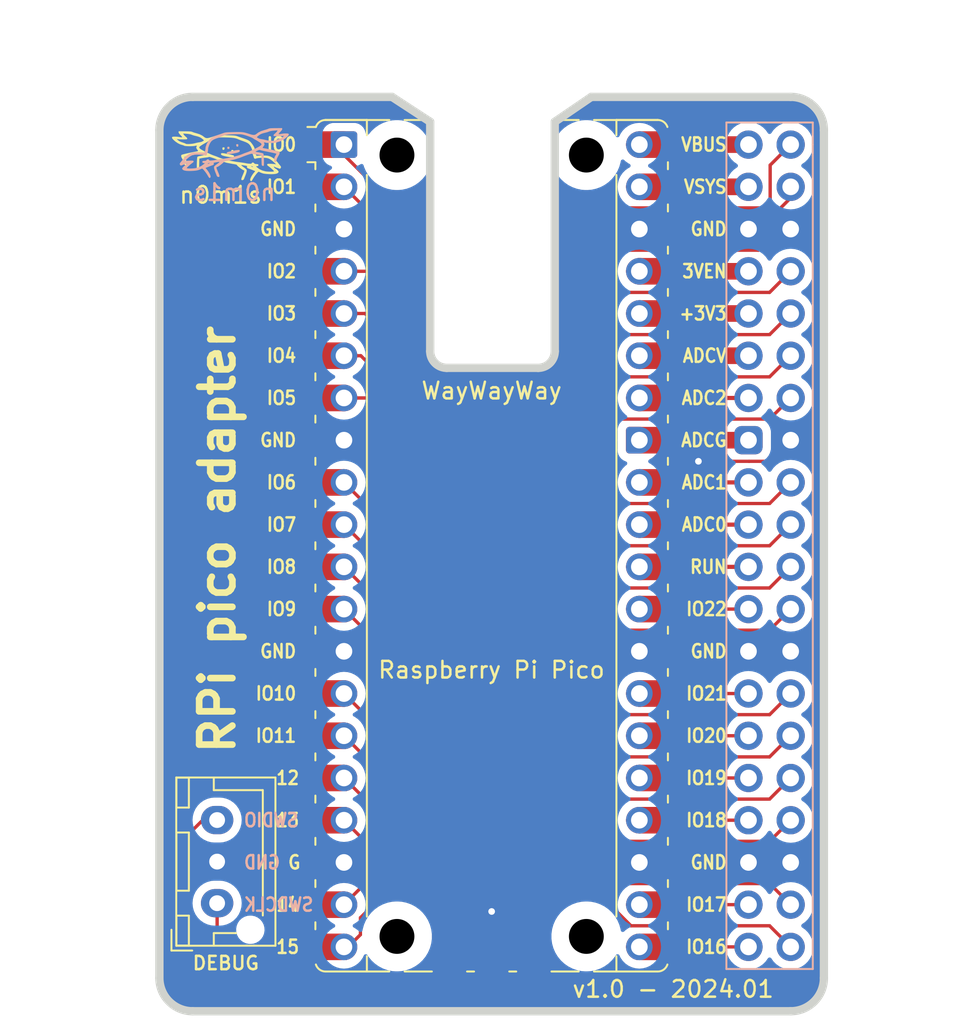
<source format=kicad_pcb>
(kicad_pcb (version 20221018) (generator pcbnew)
  (layers (0 "F.Cu" signal) (31 "B.Cu" signal) (34 "B.Paste" user) (35 "F.Paste" user) (36 "B.SilkS" user "B.Silkscreen") (37 "F.SilkS" user "F.Silkscreen") (38 "B.Mask" user) (39 "F.Mask" user) (44 "Edge.Cuts" user))
  (net 0 "")
  (net 1 "/GPIO0")
  (net 2 "/GPIO1")
  (net 3 "GND")
  (net 4 "/GPIO2")
  (net 5 "/GPIO3")
  (net 6 "/GPIO4")
  (net 7 "/GPIO5")
  (net 8 "/GPIO6")
  (net 9 "/GPIO7")
  (net 10 "/GPIO8")
  (net 11 "/GPIO9")
  (net 12 "/GPIO10")
  (net 13 "/GPIO11")
  (net 14 "/GPIO12")
  (net 15 "/GPIO13")
  (net 16 "/GPIO14")
  (net 17 "/GPIO15")
  (net 18 "/GPIO16")
  (net 19 "/GPIO17")
  (net 20 "/GPIO18")
  (net 21 "/GPIO19")
  (net 22 "/GPIO20")
  (net 23 "/GPIO21")
  (net 24 "/GPIO22")
  (net 25 "/RUN")
  (net 26 "/ADC0")
  (net 27 "/ADC1")
  (net 28 "GNDREF")
  (net 29 "/ADC2")
  (net 30 "/ADC_VREF")
  (net 31 "+3V3")
  (net 32 "/3V3_EN")
  (net 33 "VS")
  (net 34 "VBUS")
  (net 35 "/SWCLK")
  (net 36 "/SWDIO")
  (footprint "_ProjectLocal:RaspberryPi_Pico_Original_SMD_MountingHoles_Castellated_HandSolder_1" (layer "F.Cu") (at 137 107)
    (fp_text reference "U1" hide)
    (fp_text value "RaspberryPi_Pico")
    (fp_line (start -3.699989 -11.700011) (end -3.7 -25.5) (stroke (width 0.5)) (layer "Edge.Cuts"))
    (fp_line (start 2.80004 -10.69996) (end -2.699989 -10.700011) (stroke (width 0.5)) (layer "Edge.Cuts"))
    (fp_line (start 3.80004 -11.69996) (end 3.8 -25.5) (stroke (width 0.5)) (layer "Edge.Cuts"))
    (fp_arc (start -2.699989 -10.700011) (mid -3.407099 -10.992901) (end -3.699989 -11.700011) (stroke (width 0.5)) (layer "Edge.Cuts"))
    (fp_arc (start 3.80004 -11.69996) (mid 3.507135 -10.992865) (end 2.80004 -10.69996) (stroke (width 0.5)) (layer "Edge.Cuts"))
    (pad "" np_thru_hole circle (at -5.7 -23.5) (size 3.8 3.8) (drill 2.1) (layers "*.Mask") (clearance 1.05))
    (pad "" np_thru_hole circle (at -5.7 23.5) (size 3.8 3.8) (drill 2.1) (layers "*.Mask") (clearance 1.05))
    (pad "" np_thru_hole circle (at 5.7 -23.5) (size 3.8 3.8) (drill 2.1) (layers "*.Mask") (clearance 1.05))
    (pad "" np_thru_hole circle (at 5.7 23.5) (size 3.8 3.8) (drill 2.1) (layers "*.Mask") (clearance 1.05))
    (pad "1" thru_hole roundrect (at -8.89 -24.13) (size 1.6 1.6) (drill 1) (layers "*.Mask" "F.Cu" "In1.Cu" "B.Cu") (roundrect_rratio 0.125) (net 1 "/GPIO0"))
    (pad "1" smd custom (at -8.89 -24.13) (size 1.6 1.6) (layers "F.Cu" "F.Paste" "F.Mask") (net 1 "/GPIO0") (options (clearance outline) (anchor circle)) (primitives (gr_poly (pts (xy -2.4 0.6) (xy -2.4 -0.6) (xy -2.2 -0.8) (xy 0 -0.8) (xy 0 0.8) (xy -2.2 0.8)) (width 0) (fill yes)) (gr_circle (center -2.2 0.6) (end -2 0.6) (width 0) (fill yes)) (gr_circle (center -2.2 -0.6) (end -2 -0.6) (width 0) (fill yes))))
    (pad "2" thru_hole circle (at -8.89 -21.59) (size 1.6 1.6) (drill 1) (layers "*.Mask" "F.Cu" "In1.Cu" "B.Cu") (net 2 "/GPIO1"))
    (pad "2" smd roundrect (at -8.89 -21.59) (size 3.2 1.6) (drill (offset -0.8 0)) (layers "F.Cu" "F.Paste" "F.Mask") (roundrect_rratio 0.5) (net 2 "/GPIO1"))
    (pad "3" thru_hole custom (at -8.89 -19.05) (size 1.6 1.6) (drill 1) (layers "*.Mask" "F.Cu" "In1.Cu" "B.Cu") (net 3 "GND") (options (clearance outline) (anchor circle)) (primitives (gr_poly (pts (xy 0.8 0.6) (xy 0.8 -0.6) (xy 0.6 -0.8) (xy 0 -0.8) (xy 0 0.8) (xy 0.6 0.8)) (width 0) (fill yes)) (gr_circle (center 0.6 0.6) (end 0.8 0.6) (width 0) (fill yes)) (gr_circle (center 0.6 -0.6) (end 0.8 -0.6) (width 0) (fill yes))))
    (pad "3" smd custom (at -8.89 -19.05) (size 1.6 1.6) (layers "F.Cu" "F.Paste" "F.Mask") (net 3 "GND") (options (clearance outline) (anchor circle)) (primitives (gr_poly (pts (xy 0.8 -0.6) (xy 0.8 0.6) (xy 0.6 0.8) (xy -1.6 0.8) (xy -1.6 -0.8) (xy 0.6 -0.8)) (width 0) (fill yes)) (gr_circle (center 0.6 0.6) (end 0.8 0.6) (width 0) (fill yes)) (gr_circle (center 0.6 -0.6) (end 0.8 -0.6) (width 0) (fill yes)) (gr_circle (center -1.6 0) (end -0.8 0) (width 0) (fill yes))))
    (pad "4" thru_hole circle (at -8.89 -16.51) (size 1.6 1.6) (drill 1) (layers "*.Mask" "F.Cu" "In1.Cu" "B.Cu") (net 4 "/GPIO2"))
    (pad "4" smd roundrect (at -8.89 -16.51) (size 3.2 1.6) (drill (offset -0.8 0)) (layers "F.Cu" "F.Paste" "F.Mask") (roundrect_rratio 0.5) (net 4 "/GPIO2"))
    (pad "5" thru_hole circle (at -8.89 -13.97) (size 1.6 1.6) (drill 1) (layers "*.Mask" "F.Cu" "In1.Cu" "B.Cu") (net 5 "/GPIO3"))
    (pad "5" smd roundrect (at -8.89 -13.97) (size 3.2 1.6) (drill (offset -0.8 0)) (layers "F.Cu" "F.Paste" "F.Mask") (roundrect_rratio 0.5) (net 5 "/GPIO3"))
    (pad "6" thru_hole circle (at -8.89 -11.43) (size 1.6 1.6) (drill 1) (layers "*.Mask" "F.Cu" "In1.Cu" "B.Cu") (net 6 "/GPIO4"))
    (pad "6" smd roundrect (at -8.89 -11.43) (size 3.2 1.6) (drill (offset -0.8 0)) (layers "F.Cu" "F.Paste" "F.Mask") (roundrect_rratio 0.5) (net 6 "/GPIO4"))
    (pad "7" thru_hole circle (at -8.89 -8.89) (size 1.6 1.6) (drill 1) (layers "*.Mask" "F.Cu" "In1.Cu" "B.Cu") (net 7 "/GPIO5"))
    (pad "7" smd roundrect (at -8.89 -8.89) (size 3.2 1.6) (drill (offset -0.8 0)) (layers "F.Cu" "F.Paste" "F.Mask") (roundrect_rratio 0.5) (net 7 "/GPIO5"))
    (pad "8" thru_hole custom (at -8.89 -6.35) (size 1.6 1.6) (drill 1) (layers "*.Mask" "F.Cu" "In1.Cu" "B.Cu") (net 3 "GND") (options (clearance outline) (anchor circle)) (primitives (gr_poly (pts (xy 0.8 0.6) (xy 0.8 -0.6) (xy 0.6 -0.8) (xy 0 -0.8) (xy 0 0.8) (xy 0.6 0.8)) (width 0) (fill yes)) (gr_circle (center 0.6 0.6) (end 0.8 0.6) (width 0) (fill yes)) (gr_circle (center 0.6 -0.6) (end 0.8 -0.6) (width 0) (fill yes))))
    (pad "8" smd custom (at -8.89 -6.35) (size 1.6 1.6) (layers "F.Cu" "F.Paste" "F.Mask") (net 3 "GND") (options (clearance outline) (anchor circle)) (primitives (gr_poly (pts (xy 0.8 -0.6) (xy 0.8 0.6) (xy 0.6 0.8) (xy -1.6 0.8) (xy -1.6 -0.8) (xy 0.6 -0.8)) (width 0) (fill yes)) (gr_circle (center 0.6 0.6) (end 0.8 0.6) (width 0) (fill yes)) (gr_circle (center 0.6 -0.6) (end 0.8 -0.6) (width 0) (fill yes)) (gr_circle (center -1.6 0) (end -0.8 0) (width 0) (fill yes))))
    (pad "9" thru_hole circle (at -8.89 -3.81) (size 1.6 1.6) (drill 1) (layers "*.Mask" "F.Cu" "In1.Cu" "B.Cu") (net 8 "/GPIO6"))
    (pad "9" smd roundrect (at -8.89 -3.81) (size 3.2 1.6) (drill (offset -0.8 0)) (layers "F.Cu" "F.Paste" "F.Mask") (roundrect_rratio 0.5) (net 8 "/GPIO6"))
    (pad "10" thru_hole circle (at -8.89 -1.27) (size 1.6 1.6) (drill 1) (layers "*.Mask" "F.Cu" "In1.Cu" "B.Cu") (net 9 "/GPIO7"))
    (pad "10" smd roundrect (at -8.89 -1.27) (size 3.2 1.6) (drill (offset -0.8 0)) (layers "F.Cu" "F.Paste" "F.Mask") (roundrect_rratio 0.5) (net 9 "/GPIO7"))
    (pad "11" thru_hole circle (at -8.89 1.27) (size 1.6 1.6) (drill 1) (layers "*.Mask" "F.Cu" "In1.Cu" "B.Cu") (net 10 "/GPIO8"))
    (pad "11" smd roundrect (at -8.89 1.27) (size 3.2 1.6) (drill (offset -0.8 0)) (layers "F.Cu" "F.Paste" "F.Mask") (roundrect_rratio 0.5) (net 10 "/GPIO8"))
    (pad "12" thru_hole circle (at -8.89 3.81) (size 1.6 1.6) (drill 1) (layers "*.Mask" "F.Cu" "In1.Cu" "B.Cu") (net 11 "/GPIO9"))
    (pad "12" smd roundrect (at -8.89 3.81) (size 3.2 1.6) (drill (offset -0.8 0)) (layers "F.Cu" "F.Paste" "F.Mask") (roundrect_rratio 0.5) (net 11 "/GPIO9"))
    (pad "13" thru_hole custom (at -8.89 6.35) (size 1.6 1.6) (drill 1) (layers "*.Mask" "F.Cu" "In1.Cu" "B.Cu") (net 3 "GND") (options (clearance outline) (anchor circle)) (primitives (gr_poly (pts (xy 0.8 0.6) (xy 0.8 -0.6) (xy 0.6 -0.8) (xy 0 -0.8) (xy 0 0.8) (xy 0.6 0.8)) (width 0) (fill yes)) (gr_circle (center 0.6 0.6) (end 0.8 0.6) (width 0) (fill yes)) (gr_circle (center 0.6 -0.6) (end 0.8 -0.6) (width 0) (fill yes))))
    (pad "13" smd custom (at -8.89 6.35) (size 1.6 1.6) (layers "F.Cu" "F.Paste" "F.Mask") (net 3 "GND") (options (clearance outline) (anchor circle)) (primitives (gr_poly (pts (xy 0.8 -0.6) (xy 0.8 0.6) (xy 0.6 0.8) (xy -1.6 0.8) (xy -1.6 -0.8) (xy 0.6 -0.8)) (width 0) (fill yes)) (gr_circle (center 0.6 0.6) (end 0.8 0.6) (width 0) (fill yes)) (gr_circle (center 0.6 -0.6) (end 0.8 -0.6) (width 0) (fill yes)) (gr_circle (center -1.6 0) (end -0.8 0) (width 0) (fill yes))))
    (pad "14" thru_hole circle (at -8.89 8.89) (size 1.6 1.6) (drill 1) (layers "*.Mask" "F.Cu" "In1.Cu" "B.Cu") (net 12 "/GPIO10"))
    (pad "14" smd roundrect (at -8.89 8.89) (size 3.2 1.6) (drill (offset -0.8 0)) (layers "F.Cu" "F.Paste" "F.Mask") (roundrect_rratio 0.5) (net 12 "/GPIO10"))
    (pad "15" thru_hole circle (at -8.89 11.43) (size 1.6 1.6) (drill 1) (layers "*.Mask" "F.Cu" "In1.Cu" "B.Cu") (net 13 "/GPIO11"))
    (pad "15" smd roundrect (at -8.89 11.43) (size 3.2 1.6) (drill (offset -0.8 0)) (layers "F.Cu" "F.Paste" "F.Mask") (roundrect_rratio 0.5) (net 13 "/GPIO11"))
    (pad "16" thru_hole circle (at -8.89 13.97) (size 1.6 1.6) (drill 1) (layers "*.Mask" "F.Cu" "In1.Cu" "B.Cu") (net 14 "/GPIO12"))
    (pad "16" smd roundrect (at -8.89 13.97) (size 3.2 1.6) (drill (offset -0.8 0)) (layers "F.Cu" "F.Paste" "F.Mask") (roundrect_rratio 0.5) (net 14 "/GPIO12"))
    (pad "17" thru_hole circle (at -8.89 16.51) (size 1.6 1.6) (drill 1) (layers "*.Mask" "F.Cu" "In1.Cu" "B.Cu") (net 15 "/GPIO13"))
    (pad "17" smd roundrect (at -8.89 16.51) (size 3.2 1.6) (drill (offset -0.8 0)) (layers "F.Cu" "F.Paste" "F.Mask") (roundrect_rratio 0.5) (net 15 "/GPIO13"))
    (pad "18" thru_hole custom (at -8.89 19.05) (size 1.6 1.6) (drill 1) (layers "*.Mask" "F.Cu" "In1.Cu" "B.Cu") (net 3 "GND") (options (clearance outline) (anchor circle)) (primitives (gr_poly (pts (xy 0.8 0.6) (xy 0.8 -0.6) (xy 0.6 -0.8) (xy 0 -0.8) (xy 0 0.8) (xy 0.6 0.8)) (width 0) (fill yes)) (gr_circle (center 0.6 0.6) (end 0.8 0.6) (width 0) (fill yes)) (gr_circle (center 0.6 -0.6) (end 0.8 -0.6) (width 0) (fill yes))))
    (pad "18" smd custom (at -8.89 19.05) (size 1.6 1.6) (layers "F.Cu" "F.Paste" "F.Mask") (net 3 "GND") (options (clearance outline) (anchor circle)) (primitives (gr_poly (pts (xy 0.8 -0.6) (xy 0.8 0.6) (xy 0.6 0.8) (xy -1.6 0.8) (xy -1.6 -0.8) (xy 0.6 -0.8)) (width 0) (fill yes)) (gr_circle (center 0.6 0.6) (end 0.8 0.6) (width 0) (fill yes)) (gr_circle (center 0.6 -0.6) (end 0.8 -0.6) (width 0) (fill yes)) (gr_circle (center -1.6 0) (end -0.8 0) (width 0) (fill yes))))
    (pad "19" thru_hole circle (at -8.89 21.59) (size 1.6 1.6) (drill 1) (layers "*.Mask" "F.Cu" "In1.Cu" "B.Cu") (net 16 "/GPIO14"))
    (pad "19" smd roundrect (at -8.89 21.59) (size 3.2 1.6) (drill (offset -0.8 0)) (layers "F.Cu" "F.Paste" "F.Mask") (roundrect_rratio 0.5) (net 16 "/GPIO14"))
    (pad "20" thru_hole circle (at -8.89 24.13) (size 1.6 1.6) (drill 1) (layers "*.Mask" "F.Cu" "In1.Cu" "B.Cu") (net 17 "/GPIO15"))
    (pad "20" smd roundrect (at -8.89 24.13) (size 3.2 1.6) (drill (offset -0.8 0)) (layers "F.Cu" "F.Paste" "F.Mask") (roundrect_rratio 0.5) (net 17 "/GPIO15"))
    (pad "21" thru_hole circle (at 8.89 24.13) (size 1.6 1.6) (drill 1) (layers "*.Mask" "F.Cu" "In1.Cu" "B.Cu") (net 18 "/GPIO16"))
    (pad "21" smd roundrect (at 8.89 24.13) (size 3.2 1.6) (drill (offset 0.8 0)) (layers "F.Cu" "F.Paste" "F.Mask") (roundrect_rratio 0.5) (net 18 "/GPIO16"))
    (pad "22" thru_hole circle (at 8.89 21.59) (size 1.6 1.6) (drill 1) (layers "*.Mask" "F.Cu" "In1.Cu" "B.Cu") (net 19 "/GPIO17"))
    (pad "22" smd roundrect (at 8.89 21.59) (size 3.2 1.6) (drill (offset 0.8 0)) (layers "F.Cu" "F.Paste" "F.Mask") (roundrect_rratio 0.5) (net 19 "/GPIO17"))
    (pad "23" thru_hole custom (at 8.89 19.05) (size 1.6 1.6) (drill 1) (layers "*.Mask" "F.Cu" "In1.Cu" "B.Cu") (net 3 "GND") (options (clearance outline) (anchor circle)) (primitives (gr_poly (pts (xy -0.8 0.6) (xy -0.8 -0.6) (xy -0.6 -0.8) (xy 0 -0.8) (xy 0 0.8) (xy -0.6 0.8)) (width 0) (fill yes)) (gr_circle (center -0.6 0.6) (end -0.4 0.6) (width 0) (fill yes)) (gr_circle (center -0.6 -0.6) (end -0.4 -0.6) (width 0) (fill yes))))
    (pad "23" smd custom (at 8.89 19.05) (size 1.6 1.6) (layers "F.Cu" "F.Paste" "F.Mask") (net 3 "GND") (options (clearance outline) (anchor circle)) (primitives (gr_poly (pts (xy -0.8 -0.6) (xy -0.8 0.6) (xy -0.6 0.8) (xy 1.6 0.8) (xy 1.6 -0.8) (xy -0.6 -0.8)) (width 0) (fill yes)) (gr_circle (center -0.6 0.6) (end -0.4 0.6) (width 0) (fill yes)) (gr_circle (center -0.6 -0.6) (end -0.4 -0.6) (width 0) (fill yes)) (gr_circle (center 1.6 0) (end 2.4 0) (width 0) (fill yes))))
    (pad "24" thru_hole circle (at 8.89 16.51) (size 1.6 1.6) (drill 1) (layers "*.Mask" "F.Cu" "In1.Cu" "B.Cu") (net 20 "/GPIO18"))
    (pad "24" smd roundrect (at 8.89 16.51) (size 3.2 1.6) (drill (offset 0.8 0)) (layers "F.Cu" "F.Paste" "F.Mask") (roundrect_rratio 0.5) (net 20 "/GPIO18"))
    (pad "25" thru_hole circle (at 8.89 13.97) (size 1.6 1.6) (drill 1) (layers "*.Mask" "F.Cu" "In1.Cu" "B.Cu") (net 21 "/GPIO19"))
    (pad "25" smd roundrect (at 8.89 13.97) (size 3.2 1.6) (drill (offset 0.8 0)) (layers "F.Cu" "F.Paste" "F.Mask") (roundrect_rratio 0.5) (net 21 "/GPIO19"))
    (pad "26" thru_hole circle (at 8.89 11.43) (size 1.6 1.6) (drill 1) (layers "*.Mask" "F.Cu" "In1.Cu" "B.Cu") (net 22 "/GPIO20"))
    (pad "26" smd roundrect (at 8.89 11.43) (size 3.2 1.6) (drill (offset 0.8 0)) (layers "F.Cu" "F.Paste" "F.Mask") (roundrect_rratio 0.5) (net 22 "/GPIO20"))
    (pad "27" thru_hole circle (at 8.89 8.89) (size 1.6 1.6) (drill 1) (layers "*.Mask" "F.Cu" "In1.Cu" "B.Cu") (net 23 "/GPIO21"))
    (pad "27" smd roundrect (at 8.89 8.89) (size 3.2 1.6) (drill (offset 0.8 0)) (layers "F.Cu" "F.Paste" "F.Mask") (roundrect_rratio 0.5) (net 23 "/GPIO21"))
    (pad "28" thru_hole custom (at 8.89 6.35) (size 1.6 1.6) (drill 1) (layers "*.Mask" "F.Cu" "In1.Cu" "B.Cu") (net 3 "GND") (options (clearance outline) (anchor circle)) (primitives (gr_poly (pts (xy -0.8 0.6) (xy -0.8 -0.6) (xy -0.6 -0.8) (xy 0 -0.8) (xy 0 0.8) (xy -0.6 0.8)) (width 0) (fill yes)) (gr_circle (center -0.6 0.6) (end -0.4 0.6) (width 0) (fill yes)) (gr_circle (center -0.6 -0.6) (end -0.4 -0.6) (width 0) (fill yes))))
    (pad "28" smd custom (at 8.89 6.35) (size 1.6 1.6) (layers "F.Cu" "F.Paste" "F.Mask") (net 3 "GND") (options (clearance outline) (anchor circle)) (primitives (gr_poly (pts (xy -0.8 -0.6) (xy -0.8 0.6) (xy -0.6 0.8) (xy 1.6 0.8) (xy 1.6 -0.8) (xy -0.6 -0.8)) (width 0) (fill yes)) (gr_circle (center -0.6 0.6) (end -0.4 0.6) (width 0) (fill yes)) (gr_circle (center -0.6 -0.6) (end -0.4 -0.6) (width 0) (fill yes)) (gr_circle (center 1.6 0) (end 2.4 0) (width 0) (fill yes))))
    (pad "29" thru_hole circle (at 8.89 3.81) (size 1.6 1.6) (drill 1) (layers "*.Mask" "F.Cu" "In1.Cu" "B.Cu") (net 24 "/GPIO22"))
    (pad "29" smd roundrect (at 8.89 3.81) (size 3.2 1.6) (drill (offset 0.8 0)) (layers "F.Cu" "F.Paste" "F.Mask") (roundrect_rratio 0.5) (net 24 "/GPIO22"))
    (pad "30" thru_hole circle (at 8.89 1.27) (size 1.6 1.6) (drill 1) (layers "*.Mask" "F.Cu" "In1.Cu" "B.Cu") (net 25 "/RUN"))
    (pad "30" smd roundrect (at 8.89 1.27) (size 3.2 1.6) (drill (offset 0.8 0)) (layers "F.Cu" "F.Paste" "F.Mask") (roundrect_rratio 0.5) (net 25 "/RUN"))
    (pad "31" thru_hole circle (at 8.89 -1.27) (size 1.6 1.6) (drill 1) (layers "*.Mask" "F.Cu" "In1.Cu" "B.Cu") (net 26 "/ADC0"))
    (pad "31" smd roundrect (at 8.89 -1.27) (size 3.2 1.6) (drill (offset 0.8 0)) (layers "F.Cu" "F.Paste" "F.Mask") (roundrect_rratio 0.5) (net 26 "/ADC0"))
    (pad "32" thru_hole circle (at 8.89 -3.81) (size 1.6 1.6) (drill 1) (layers "*.Mask" "F.Cu" "In1.Cu" "B.Cu") (net 27 "/ADC1"))
    (pad "32" smd roundrect (at 8.89 -3.81) (size 3.2 1.6) (drill (offset 0.8 0)) (layers "F.Cu" "F.Paste" "F.Mask") (roundrect_rratio 0.5) (net 27 "/ADC1"))
    (pad "33" thru_hole custom (at 8.89 -6.35) (size 1.6 1.6) (drill 1) (layers "*.Mask" "F.Cu" "In1.Cu" "B.Cu") (net 28 "GNDREF") (options (clearance outline) (anchor circle)) (primitives (gr_poly (pts (xy -0.8 0.6) (xy -0.8 -0.6) (xy -0.6 -0.8) (xy 0 -0.8) (xy 0 0.8) (xy -0.6 0.8)) (width 0) (fill yes)) (gr_circle (center -0.6 0.6) (end -0.4 0.6) (width 0) (fill yes)) (gr_circle (center -0.6 -0.6) (end -0.4 -0.6) (width 0) (fill yes))))
    (pad "33" smd custom (at 8.89 -6.35) (size 1.6 1.6) (layers "F.Cu" "F.Paste" "F.Mask") (net 28 "GNDREF") (options (clearance outline) (anchor circle)) (primitives (gr_poly (pts (xy -0.8 -0.6) (xy -0.8 0.6) (xy -0.6 0.8) (xy 1.6 0.8) (xy 1.6 -0.8) (xy -0.6 -0.8)) (width 0) (fill yes)) (gr_circle (center -0.6 0.6) (end -0.4 0.6) (width 0) (fill yes)) (gr_circle (center -0.6 -0.6) (end -0.4 -0.6) (width 0) (fill yes)) (gr_circle (center 1.6 0) (end 2.4 0) (width 0) (fill yes))))
    (pad "34" thru_hole circle (at 8.89 -8.89) (size 1.6 1.6) (drill 1) (layers "*.Mask" "F.Cu" "In1.Cu" "B.Cu") (net 29 "/ADC2"))
    (pad "34" smd roundrect (at 8.89 -8.89) (size 3.2 1.6) (drill (offset 0.8 0)) (layers "F.Cu" "F.Paste" "F.Mask") (roundrect_rratio 0.5) (net 29 "/ADC2"))
    (pad "35" thru_hole circle (at 8.89 -11.43) (size 1.6 1.6) (drill 1) (layers "*.Mask" "F.Cu" "In1.Cu" "B.Cu") (net 30 "/ADC_VREF"))
    (pad "35" smd roundrect (at 8.89 -11.43) (size 3.2 1.6) (drill (offset 0.8 0)) (layers "F.Cu" "F.Paste" "F.Mask") (roundrect_rratio 0.5) (net 30 "/ADC_VREF"))
    (pad "36" thru_hole circle (at 8.89 -13.97) (size 1.6 1.6) (drill 1) (layers "*.Mask" "F.Cu" "In1.Cu" "B.Cu") (net 31 "+3V3"))
    (pad "36" smd roundrect (at 8.89 -13.97) (size 3.2 1.6) (drill (offset 0.8 0)) (layers "F.Cu" "F.Paste" "F.Mask") (roundrect_rratio 0.5) (net 31 "+3V3"))
    (pad "37" thru_hole circle (at 8.89 -16.51) (size 1.6 1.6) (drill 1) (layers "*.Mask" "F.Cu" "In1.Cu" "B.Cu") (net 32 "/3V3_EN"))
    (pad "37" smd roundrect (at 8.89 -16.51) (size 3.2 1.6) (drill (offset 0.8 0)) (layers "F.Cu" "F.Paste" "F.Mask") (roundrect_rratio 0.5) (net 32 "/3V3_EN"))
    (pad "38" thru_hole custom (at 8.89 -19.05) (size 1.6 1.6) (drill 1) (layers "*.Mask" "F.Cu" "In1.Cu" "B.Cu") (net 3 "GND") (options (clearance outline) (anchor circle)) (primitives (gr_poly (pts (xy -0.8 0.6) (xy -0.8 -0.6) (xy -0.6 -0.8) (xy 0 -0.8) (xy 0 0.8) (xy -0.6 0.8)) (width 0) (fill yes)) (gr_circle (center -0.6 0.6) (end -0.4 0.6) (width 0) (fill yes)) (gr_circle (center -0.6 -0.6) (end -0.4 -0.6) (width 0) (fill yes))))
    (pad "38" smd custom (at 8.89 -19.05) (size 1.6 1.6) (layers "F.Cu" "F.Paste" "F.Mask") (net 3 "GND") (options (clearance outline) (anchor circle)) (primitives (gr_poly (pts (xy -0.8 -0.6) (xy -0.8 0.6) (xy -0.6 0.8) (xy 1.6 0.8) (xy 1.6 -0.8) (xy -0.6 -0.8)) (width 0) (fill yes)) (gr_circle (center -0.6 0.6) (end -0.4 0.6) (width 0) (fill yes)) (gr_circle (center -0.6 -0.6) (end -0.4 -0.6) (width 0) (fill yes)) (gr_circle (center 1.6 0) (end 2.4 0) (width 0) (fill yes))))
    (pad "39" thru_hole circle (at 8.89 -21.59) (size 1.6 1.6) (drill 1) (layers "*.Mask" "F.Cu" "In1.Cu" "B.Cu") (net 33 "VS"))
    (pad "39" smd roundrect (at 8.89 -21.59) (size 3.2 1.6) (drill (offset 0.8 0)) (layers "F.Cu" "F.Paste" "F.Mask") (roundrect_rratio 0.5) (net 33 "VS"))
    (pad "40" thru_hole circle (at 8.89 -24.13) (size 1.6 1.6) (drill 1) (layers "*.Mask" "F.Cu" "In1.Cu" "B.Cu") (net 34 "VBUS"))
    (pad "40" smd roundrect (at 8.89 -24.13) (size 3.2 1.6) (drill (offset 0.8 0)) (layers "F.Cu" "F.Paste" "F.Mask") (roundrect_rratio 0.5) (net 34 "VBUS"))
    (pad "D1" smd roundrect (at -2.54 23.9 90) (size 3.2 1.6) (drill (offset -0.8 0)) (layers "F.Cu" "F.Paste" "F.Mask") (roundrect_rratio 0.5) (net 35 "/SWCLK"))
    (pad "D2" smd custom (at 0 23.9 270) (size 1.6 1.6) (layers "F.Cu" "F.Paste" "F.Mask") (net 3 "GND") (options (clearance outline) (anchor circle)) (primitives (gr_poly (pts (xy -0.8 -0.6) (xy -0.8 0.6) (xy -0.6 0.8) (xy 1.6 0.8) (xy 1.6 -0.8) (xy -0.6 -0.8)) (width 0) (fill yes)) (gr_circle (center -0.6 0.6) (end -0.4 0.6) (width 0) (fill yes)) (gr_circle (center -0.6 -0.6) (end -0.4 -0.6) (width 0) (fill yes)) (gr_circle (center 1.6 0) (end 2.4 0) (width 0) (fill yes))))
    (pad "D3" smd roundrect (at 2.54 23.9 90) (size 3.2 1.6) (drill (offset -0.8 0)) (layers "F.Cu" "F.Paste" "F.Mask") (roundrect_rratio 0.5) (net 36 "/SWDIO"))
  )
  (footprint "LOGO" (layer "F.Cu") (at 122.326251 83.856956)
    (fp_text reference "G***" hide)
    (fp_text value "LOGO" hide)
  )
  (footprint "_ProjectLocal:JST_XH_B3B-XH-AM_1x03_P2.50mm_Vertical" (layer "F.Cu") (at 117.975 126)
    (fp_text reference "J2" hide)
    (fp_text value "Conn_01x03")
    (pad "" np_thru_hole circle (at 4.5 4.1 90) (size 1.2 1.2) (drill 1.2) (layers "*.Cu" "*.Mask"))
    (pad "1" thru_hole oval (at 2.5 2.5 90) (size 1.7 1.95) (drill 0.95) (layers "*.Cu" "*.Mask") (net 35 "/SWCLK"))
    (pad "2" thru_hole roundrect (at 2.5 0 90) (size 1.7 1.95) (drill 0.95) (layers "*.Cu" "*.Mask") (net 3 "GND"))
    (pad "3" thru_hole oval (at 2.5 -2.5 90) (size 1.7 1.95) (drill 0.95) (layers "*.Cu" "*.Mask") (net 36 "/SWDIO"))
  )
  (footprint "_ProjectLocal:PinHeader_2x20_P2.54mm_Vertical" (layer "B.Cu") (at 155 82.87 180)
    (fp_text reference "J1" hide)
    (fp_text value "Conn_02x20_Counter_Clockwise")
    (pad "1" thru_hole oval (at 0 0 180) (size 1.7 1.7) (drill 1) (layers "*.Cu" "*.Mask") (net 1 "/GPIO0"))
    (pad "2" thru_hole oval (at 0 -2.54 180) (size 1.7 1.7) (drill 1) (layers "*.Cu" "*.Mask") (net 2 "/GPIO1"))
    (pad "3" thru_hole roundrect (at 0 -5.08 180) (size 1.7 1.7) (drill 1) (layers "*.Cu" "*.Mask") (net 3 "GND"))
    (pad "4" thru_hole oval (at 0 -7.62 180) (size 1.7 1.7) (drill 1) (layers "*.Cu" "*.Mask") (net 4 "/GPIO2"))
    (pad "5" thru_hole oval (at 0 -10.16 180) (size 1.7 1.7) (drill 1) (layers "*.Cu" "*.Mask") (net 5 "/GPIO3"))
    (pad "6" thru_hole oval (at 0 -12.7 180) (size 1.7 1.7) (drill 1) (layers "*.Cu" "*.Mask") (net 6 "/GPIO4"))
    (pad "7" thru_hole oval (at 0 -15.24 180) (size 1.7 1.7) (drill 1) (layers "*.Cu" "*.Mask") (net 7 "/GPIO5"))
    (pad "8" thru_hole roundrect (at 0 -17.78 180) (size 1.7 1.7) (drill 1) (layers "*.Cu" "*.Mask") (net 3 "GND"))
    (pad "9" thru_hole oval (at 0 -20.32 180) (size 1.7 1.7) (drill 1) (layers "*.Cu" "*.Mask") (net 8 "/GPIO6"))
    (pad "10" thru_hole oval (at 0 -22.86 180) (size 1.7 1.7) (drill 1) (layers "*.Cu" "*.Mask") (net 9 "/GPIO7"))
    (pad "11" thru_hole oval (at 0 -25.4 180) (size 1.7 1.7) (drill 1) (layers "*.Cu" "*.Mask") (net 10 "/GPIO8"))
    (pad "12" thru_hole oval (at 0 -27.94 180) (size 1.7 1.7) (drill 1) (layers "*.Cu" "*.Mask") (net 11 "/GPIO9"))
    (pad "13" thru_hole roundrect (at 0 -30.48 180) (size 1.7 1.7) (drill 1) (layers "*.Cu" "*.Mask") (net 3 "GND"))
    (pad "14" thru_hole oval (at 0 -33.02 180) (size 1.7 1.7) (drill 1) (layers "*.Cu" "*.Mask") (net 12 "/GPIO10"))
    (pad "15" thru_hole oval (at 0 -35.56 180) (size 1.7 1.7) (drill 1) (layers "*.Cu" "*.Mask") (net 13 "/GPIO11"))
    (pad "16" thru_hole oval (at 0 -38.1 180) (size 1.7 1.7) (drill 1) (layers "*.Cu" "*.Mask") (net 14 "/GPIO12"))
    (pad "17" thru_hole oval (at 0 -40.64 180) (size 1.7 1.7) (drill 1) (layers "*.Cu" "*.Mask") (net 15 "/GPIO13"))
    (pad "18" thru_hole roundrect (at 0 -43.18 180) (size 1.7 1.7) (drill 1) (layers "*.Cu" "*.Mask") (net 3 "GND"))
    (pad "19" thru_hole oval (at 0 -45.72 180) (size 1.7 1.7) (drill 1) (layers "*.Cu" "*.Mask") (net 16 "/GPIO14"))
    (pad "20" thru_hole oval (at 0 -48.26 180) (size 1.7 1.7) (drill 1) (layers "*.Cu" "*.Mask") (net 17 "/GPIO15"))
    (pad "21" thru_hole oval (at 2.54 -48.26 180) (size 1.7 1.7) (drill 1) (layers "*.Cu" "*.Mask") (net 18 "/GPIO16"))
    (pad "22" thru_hole oval (at 2.54 -45.72 180) (size 1.7 1.7) (drill 1) (layers "*.Cu" "*.Mask") (net 19 "/GPIO17"))
    (pad "23" thru_hole roundrect (at 2.54 -43.18 180) (size 1.7 1.7) (drill 1) (layers "*.Cu" "*.Mask") (net 3 "GND"))
    (pad "24" thru_hole oval (at 2.54 -40.64 180) (size 1.7 1.7) (drill 1) (layers "*.Cu" "*.Mask") (net 20 "/GPIO18"))
    (pad "25" thru_hole oval (at 2.54 -38.1 180) (size 1.7 1.7) (drill 1) (layers "*.Cu" "*.Mask") (net 21 "/GPIO19"))
    (pad "26" thru_hole oval (at 2.54 -35.56 180) (size 1.7 1.7) (drill 1) (layers "*.Cu" "*.Mask") (net 22 "/GPIO20"))
    (pad "27" thru_hole oval (at 2.54 -33.02 180) (size 1.7 1.7) (drill 1) (layers "*.Cu" "*.Mask") (net 23 "/GPIO21"))
    (pad "28" thru_hole roundrect (at 2.54 -30.48 180) (size 1.7 1.7) (drill 1) (layers "*.Cu" "*.Mask") (net 3 "GND"))
    (pad "29" thru_hole oval (at 2.54 -27.94 180) (size 1.7 1.7) (drill 1) (layers "*.Cu" "*.Mask") (net 24 "/GPIO22"))
    (pad "30" thru_hole oval (at 2.54 -25.4 180) (size 1.7 1.7) (drill 1) (layers "*.Cu" "*.Mask") (net 25 "/RUN"))
    (pad "31" thru_hole oval (at 2.54 -22.86 180) (size 1.7 1.7) (drill 1) (layers "*.Cu" "*.Mask") (net 26 "/ADC0"))
    (pad "32" thru_hole oval (at 2.54 -20.32 180) (size 1.7 1.7) (drill 1) (layers "*.Cu" "*.Mask") (net 27 "/ADC1"))
    (pad "33" thru_hole roundrect (at 2.54 -17.78 180) (size 1.7 1.7) (drill 1) (layers "*.Cu" "*.Mask") (net 28 "GNDREF"))
    (pad "34" thru_hole oval (at 2.54 -15.24 180) (size 1.7 1.7) (drill 1) (layers "*.Cu" "*.Mask") (net 29 "/ADC2"))
    (pad "35" thru_hole oval (at 2.54 -12.7 180) (size 1.7 1.7) (drill 1) (layers "*.Cu" "*.Mask") (net 30 "/ADC_VREF"))
    (pad "36" thru_hole oval (at 2.54 -10.16 180) (size 1.7 1.7) (drill 1) (layers "*.Cu" "*.Mask") (net 31 "+3V3"))
    (pad "37" thru_hole oval (at 2.54 -7.62 180) (size 1.7 1.7) (drill 1) (layers "*.Cu" "*.Mask") (net 32 "/3V3_EN"))
    (pad "38" thru_hole roundrect (at 2.54 -5.08 180) (size 1.7 1.7) (drill 1) (layers "*.Cu" "*.Mask") (net 3 "GND"))
    (pad "39" thru_hole oval (at 2.54 -2.54 180) (size 1.7 1.7) (drill 1) (layers "*.Cu" "*.Mask") (net 33 "VS"))
    (pad "40" thru_hole oval (at 2.54 0 180) (size 1.7 1.7) (drill 1) (layers "*.Cu" "*.Mask") (net 34 "VBUS"))
  )
  (footprint "LOGO" (layer "B.Cu") (at 120.219749 83.664956 180)
    (fp_text reference "G***" hide)
    (fp_text value "LOGO" hide)
  )
  (gr_line (start 157 82) (end 157 133) (stroke (width 0.5)) (layer "Edge.Cuts"))
  (gr_line (start 117 133) (end 117 82) (stroke (width 0.5)) (layer "Edge.Cuts"))
  (gr_arc (start 117 82) (mid 117.585786 80.585786) (end 119 80) (stroke (width 0.5)) (layer "Edge.Cuts"))
  (gr_line (start 131 80) (end 119 80) (stroke (width 0.5)) (layer "Edge.Cuts"))
  (gr_arc (start 157 133) (mid 156.414214 134.414214) (end 155 135) (stroke (width 0.5)) (layer "Edge.Cuts"))
  (gr_line (start 140.8 81.5) (end 143 80) (stroke (width 0.5)) (layer "Edge.Cuts"))
  (gr_line (start 143 80) (end 155 80) (stroke (width 0.5)) (layer "Edge.Cuts"))
  (gr_line (start 155 135) (end 119 135) (stroke (width 0.5)) (layer "Edge.Cuts"))
  (gr_line (start 133.3 81.5) (end 131 80) (stroke (width 0.5)) (layer "Edge.Cuts"))
  (gr_arc (start 155 80) (mid 156.414214 80.585786) (end 157 82) (stroke (width 0.5)) (layer "Edge.Cuts"))
  (gr_arc (start 119 135) (mid 117.585786 134.414214) (end 117 133) (stroke (width 0.5)) (layer "Edge.Cuts"))
  (gr_text "n0m1s" (at 121.506 85.156) (layer "B.SilkS") (effects (font (size 1 1)) (justify top mirror)))
  (gr_text "GND" (at 122.014 126.05) (layer "B.SilkS") (effects (font (size 0.8 0.7) (thickness 0.15) bold) (justify right mirror)))
  (gr_text "SWDCLK" (at 122.014 128.59) (layer "B.SilkS") (effects (font (size 0.8 0.7) (thickness 0.15) bold) (justify right mirror)))
  (gr_text "SWDIO" (at 122.014 123.51) (layer "B.SilkS") (effects (font (size 0.8 0.7) (thickness 0.15) bold) (justify right mirror)))
  (gr_text "12" (at 125.49 120.97) (layer "F.SilkS") (effects (font (size 0.8 0.7) (thickness 0.15) bold) (justify right)))
  (gr_text "GND" (at 151.224 126.05) (layer "F.SilkS") (effects (font (size 0.8 0.7) (thickness 0.15) bold) (justify right)))
  (gr_text "VSYS" (at 151.224 85.41) (layer "F.SilkS") (effects (font (size 0.8 0.7) (thickness 0.15) bold) (justify right)))
  (gr_text "VBUS" (at 151.224 82.87) (layer "F.SilkS") (effects (font (size 0.8 0.7) (thickness 0.15) bold) (justify right)))
  (gr_text "IO5" (at 125.316 98.11) (layer "F.SilkS") (effects (font (size 0.8 0.7) (thickness 0.15) bold) (justify right)))
  (gr_text "IO8" (at 125.316 108.27) (layer "F.SilkS") (effects (font (size 0.8 0.7) (thickness 0.15) bold) (justify right)))
  (gr_text "GND" (at 125.316 87.95) (layer "F.SilkS") (effects (font (size 0.8 0.7) (thickness 0.15) bold) (justify right)))
  (gr_text "IO19" (at 151.224 120.97) (layer "F.SilkS") (effects (font (size 0.8 0.7) (thickness 0.15) bold) (justify right)))
  (gr_text "IO10" (at 125.316 115.89) (layer "F.SilkS") (effects (font (size 0.8 0.7) (thickness 0.15) bold) (justify right)))
  (gr_text "3VEN" (at 151.224 90.49) (layer "F.SilkS") (effects (font (size 0.8 0.7) (thickness 0.15) bold) (justify right)))
  (gr_text "IO7" (at 125.316 105.73) (layer "F.SilkS") (effects (font (size 0.8 0.7) (thickness 0.15) bold) (justify right)))
  (gr_text "IO0" (at 125.316 82.87) (layer "F.SilkS") (effects (font (size 0.8 0.7) (thickness 0.15) bold) (justify right)))
  (gr_text "IO6" (at 125.316 103.19) (layer "F.SilkS") (effects (font (size 0.8 0.7) (thickness 0.15) bold) (justify right)))
  (gr_text "GND" (at 125.316 100.65) (layer "F.SilkS") (effects (font (size 0.8 0.7) (thickness 0.15) bold) (justify right)))
  (gr_text "Raspberry Pi Pico" (at 136.99 114.47) (layer "F.SilkS") (effects (font (size 1 1))))
  (gr_text "GND" (at 151.224 113.35) (layer "F.SilkS") (effects (font (size 0.8 0.7) (thickness 0.15) bold) (justify right)))
  (gr_text "RUN" (at 151.224 108.27) (layer "F.SilkS") (effects (font (size 0.8 0.7) (thickness 0.15) bold) (justify right)))
  (gr_text "ADC1" (at 151.224 103.19) (layer "F.SilkS") (effects (font (size 0.8 0.7) (thickness 0.15) bold) (justify right)))
  (gr_text "13" (at 125.49 123.51) (layer "F.SilkS") (effects (font (size 0.8 0.7) (thickness 0.15) bold) (justify right)))
  (gr_text "GND" (at 125.316 113.35) (layer "F.SilkS") (effects (font (size 0.8 0.7) (thickness 0.15) bold) (justify right)))
  (gr_text "ADC0" (at 151.224 105.73) (layer "F.SilkS") (effects (font (size 0.8 0.7) (thickness 0.15) bold) (justify right)))
  (gr_text "IO4" (at 125.316 95.57) (layer "F.SilkS") (effects (font (size 0.8 0.7) (thickness 0.15) bold) (justify right)))
  (gr_text "14" (at 125.49 128.59) (layer "F.SilkS") (effects (font (size 0.8 0.7) (thickness 0.15) bold) (justify right)))
  (gr_text "IO22\n" (at 151.224 110.81) (layer "F.SilkS") (effects (font (size 0.8 0.7) (thickness 0.15) bold) (justify right)))
  (gr_text "IO2" (at 125.316 90.49) (layer "F.SilkS") (effects (font (size 0.8 0.7) (thickness 0.15) bold) (justify right)))
  (gr_text "15" (at 125.49 131.13) (layer "F.SilkS") (effects (font (size 0.8 0.7) (thickness 0.15) bold) (justify right)))
  (gr_text "IO16" (at 151.224 131.13) (layer "F.SilkS") (effects (font (size 0.8 0.7) (thickness 0.15) bold) (justify right)))
  (gr_text "n0m1s" (at 120.69 85.32) (layer "F.SilkS") (effects (font (size 1 1)) (justify top)))
  (gr_text "DEBUG" (at 120.998 131.638) (layer "F.SilkS") (effects (font (size 0.8 0.8) (thickness 0.15) bold) (justify top)))
  (gr_text "RPi pico adapter" (at 120.49 119.7 90) (layer "F.SilkS") (effects (font (size 2 2) (thickness 0.4) bold) (justify left)))
  (gr_text "IO11" (at 125.316 118.43) (layer "F.SilkS") (effects (font (size 0.8 0.7) (thickness 0.15) bold) (justify right)))
  (gr_text "IO18" (at 151.224 123.51) (layer "F.SilkS") (effects (font (size 0.8 0.7) (thickness 0.15) bold) (justify right)))
  (gr_text "G" (at 125.57 126.05) (layer "F.SilkS") (effects (font (size 0.8 0.7) (thickness 0.15) bold) (justify right)))
  (gr_text "v1.0 - 2024.01" (at 147.922 133.67) (layer "F.SilkS") (effects (font (size 1 1))))
  (gr_text "ADCG" (at 151.224 100.65) (layer "F.SilkS") (effects (font (size 0.8 0.7) (thickness 0.15) bold) (justify right)))
  (gr_text "+3V3" (at 151.224 93.03) (layer "F.SilkS") (effects (font (size 0.8 0.7) (thickness 0.15) bold) (justify right)))
  (gr_text "IO3" (at 125.316 93.03) (layer "F.SilkS") (effects (font (size 0.8 0.7) (thickness 0.15) bold) (justify right)))
  (gr_text "IO21" (at 151.224 115.89) (layer "F.SilkS") (effects (font (size 0.8 0.7) (thickness 0.15) bold) (justify right)))
  (gr_text "WayWayWay" (at 137 97.094) (layer "F.SilkS") (effects (font (size 1 1)) (justify top)))
  (gr_text "ADC2" (at 151.224 98.11) (layer "F.SilkS") (effects (font (size 0.8 0.7) (thickness 0.15) bold) (justify right)))
  (gr_text "ADCV" (at 151.224 95.57) (layer "F.SilkS") (effects (font (size 0.8 0.7) (thickness 0.15) bold) (justify right)))
  (gr_text "IO17" (at 151.224 128.59) (layer "F.SilkS") (effects (font (size 0.8 0.7) (thickness 0.15) bold) (justify right)))
  (gr_text "IO1" (at 125.316 85.41) (layer "F.SilkS") (effects (font (size 0.8 0.7) (thickness 0.15) bold) (justify right)))
  (gr_text "GND" (at 151.224 87.95) (layer "F.SilkS") (effects (font (size 0.8 0.7) (thickness 0.15) bold) (justify right)))
  (gr_text "IO9" (at 125.316 110.81) (layer "F.SilkS") (effects (font (size 0.8 0.7) (thickness 0.15) bold) (justify right)))
  (gr_text "IO20" (at 151.224 118.43) (layer "F.SilkS") (effects (font (size 0.8 0.7) (thickness 0.15) bold) (justify right)))
  (segment (start 132.428 95.824) (end 133.698 97.094) (width 0.2) (layer "F.Cu") (net 1))
  (segment (start 132.428 87.807183) (end 132.428 95.824) (width 0.2) (layer "F.Cu") (net 1))
  (segment (start 153.764 84.106) (end 155 82.87) (width 0.2) (layer "F.Cu") (net 1))
  (segment (start 133.698 97.094) (end 140.302 97.094) (width 0.2) (layer "F.Cu") (net 1))
  (segment (start 128.11 82.87) (end 128.11 83.489183) (width 0.2) (layer "F.Cu") (net 1))
  (segment (start 141.572 95.824) (end 141.572 89.728) (width 0.2) (layer "F.Cu") (net 1))
  (segment (start 144.62 86.68) (end 153.256 86.68) (width 0.2) (layer "F.Cu") (net 1))
  (segment (start 140.302 97.094) (end 141.572 95.824) (width 0.2) (layer "F.Cu") (net 1))
  (segment (start 128.11 83.489183) (end 132.428 87.807183) (width 0.2) (layer "F.Cu") (net 1))
  (segment (start 153.764 86.172) (end 153.764 84.106) (width 0.2) (layer "F.Cu") (net 1))
  (segment (start 141.572 89.728) (end 144.62 86.68) (width 0.2) (layer "F.Cu") (net 1))
  (segment (start 153.256 86.68) (end 153.764 86.172) (width 0.2) (layer "F.Cu") (net 1))
  (segment (start 153.764 88.521306) (end 153.065306 89.22) (width 0.2) (layer "F.Cu") (net 2))
  (segment (start 155 86.074694) (end 153.764 87.310694) (width 0.2) (layer "F.Cu") (net 2))
  (segment (start 142.08 91.76) (end 142.08 96.078) (width 0.2) (layer "F.Cu") (net 2))
  (segment (start 131.92 96.078) (end 131.92 89.22) (width 0.2) (layer "F.Cu") (net 2))
  (segment (start 153.764 87.310694) (end 153.764 88.521306) (width 0.2) (layer "F.Cu") (net 2))
  (segment (start 140.556 97.602) (end 133.444 97.602) (width 0.2) (layer "F.Cu") (net 2))
  (segment (start 133.444 97.602) (end 131.92 96.078) (width 0.2) (layer "F.Cu") (net 2))
  (segment (start 142.08 96.078) (end 140.556 97.602) (width 0.2) (layer "F.Cu") (net 2))
  (segment (start 153.065306 89.22) (end 144.62 89.22) (width 0.2) (layer "F.Cu") (net 2))
  (segment (start 144.62 89.22) (end 142.08 91.76) (width 0.2) (layer "F.Cu") (net 2))
  (segment (start 155 85.41) (end 155 86.074694) (width 0.2) (layer "F.Cu") (net 2))
  (segment (start 131.92 89.22) (end 128.11 85.41) (width 0.2) (layer "F.Cu") (net 2))
  (segment (start 145.89 126.05) (end 152.46 126.05) (width 1) (layer "F.Cu") (net 3))
  (segment (start 152.46 126.05) (end 155 126.05) (width 1) (layer "F.Cu") (net 3))
  (segment (start 145.89 87.95) (end 152.46 87.95) (width 1) (layer "F.Cu") (net 3))
  (segment (start 146.02 113.48) (end 145.89 113.35) (width 1) (layer "F.Cu") (net 3))
  (segment (start 137 130.9) (end 137 129) (width 1) (layer "F.Cu") (net 3))
  (segment (start 120.525 126.05) (end 120.475 126) (width 1) (layer "F.Cu") (net 3))
  (segment (start 152.494 101.92) (end 149.446 101.92) (width 0.2) (layer "F.Cu") (net 3))
  (segment (start 146.02 88.08) (end 145.89 87.95) (width 1) (layer "F.Cu") (net 3))
  (segment (start 155 100.65) (end 153.73 101.92) (width 0.2) (layer "F.Cu") (net 3))
  (segment (start 155 113.35) (end 152.46 113.35) (width 1) (layer "F.Cu") (net 3))
  (segment (start 153.73 101.92) (end 152.494 101.92) (width 0.2) (layer "F.Cu") (net 3))
  (segment (start 152.46 113.35) (end 145.89 113.35) (width 1) (layer "F.Cu") (net 3))
  (segment (start 128.11 126.05) (end 120.525 126.05) (width 1) (layer "F.Cu") (net 3))
  (segment (start 146.02 126.18) (end 145.89 126.05) (width 1) (layer "F.Cu") (net 3))
  (via (at 137 129) (size 0.8) (drill 0.4) (layers "F.Cu" "B.Cu") (net 3))
  (via (at 149.446 101.92) (size 0.8) (drill 0.4) (layers "F.Cu" "B.Cu") (net 3))
  (segment (start 129.888 90.49) (end 128.11 90.49) (width 0.2) (layer "F.Cu") (net 4))
  (segment (start 142.588 96.332) (end 140.81 98.11) (width 0.2) (layer "F.Cu") (net 4))
  (segment (start 142.588 93.792) (end 142.588 96.332) (width 0.2) (layer "F.Cu") (net 4))
  (segment (start 140.81 98.11) (end 133.19 98.11) (width 0.2) (layer "F.Cu") (net 4))
  (segment (start 131.412 96.332) (end 131.412 92.014) (width 0.2) (layer "F.Cu") (net 4))
  (segment (start 155 90.49) (end 153.73 91.76) (width 0.2) (layer "F.Cu") (net 4))
  (segment (start 144.62 91.76) (end 142.588 93.792) (width 0.2) (layer "F.Cu") (net 4))
  (segment (start 153.73 91.76) (end 144.62 91.76) (width 0.2) (layer "F.Cu") (net 4))
  (segment (start 131.412 92.014) (end 129.888 90.49) (width 0.2) (layer "F.Cu") (net 4))
  (segment (start 133.19 98.11) (end 131.412 96.332) (width 0.2) (layer "F.Cu") (net 4))
  (segment (start 153.73 94.3) (end 144.874 94.3) (width 0.2) (layer "F.Cu") (net 5))
  (segment (start 143.096 96.586) (end 141.064 98.618) (width 0.2) (layer "F.Cu") (net 5))
  (segment (start 129.38 93.03) (end 128.11 93.03) (width 0.2) (layer "F.Cu") (net 5))
  (segment (start 132.936 98.618) (end 130.904 96.586) (width 0.2) (layer "F.Cu") (net 5))
  (segment (start 155 93.03) (end 153.73 94.3) (width 0.2) (layer "F.Cu") (net 5))
  (segment (start 144.874 94.3) (end 143.096 96.078) (width 0.2) (layer "F.Cu") (net 5))
  (segment (start 130.904 94.554) (end 129.38 93.03) (width 0.2) (layer "F.Cu") (net 5))
  (segment (start 130.904 96.586) (end 130.904 94.554) (width 0.2) (layer "F.Cu") (net 5))
  (segment (start 143.096 96.078) (end 143.096 96.586) (width 0.2) (layer "F.Cu") (net 5))
  (segment (start 141.064 98.618) (end 132.936 98.618) (width 0.2) (layer "F.Cu") (net 5))
  (segment (start 155 95.57) (end 153.73 96.84) (width 0.2) (layer "F.Cu") (net 6))
  (segment (start 132.682 99.126) (end 129.126 95.57) (width 0.2) (layer "F.Cu") (net 6))
  (segment (start 153.73 96.84) (end 143.858 96.84) (width 0.2) (layer "F.Cu") (net 6))
  (segment (start 143.858 96.84) (end 141.572 99.126) (width 0.2) (layer "F.Cu") (net 6))
  (segment (start 141.572 99.126) (end 132.682 99.126) (width 0.2) (layer "F.Cu") (net 6))
  (segment (start 129.126 95.57) (end 128.11 95.57) (width 0.2) (layer "F.Cu") (net 6))
  (segment (start 132.428 99.634) (end 130.904 98.11) (width 0.2) (layer "F.Cu") (net 7))
  (segment (start 153.73 99.38) (end 142.08 99.38) (width 0.2) (layer "F.Cu") (net 7))
  (segment (start 155 98.11) (end 153.73 99.38) (width 0.2) (layer "F.Cu") (net 7))
  (segment (start 130.904 98.11) (end 128.11 98.11) (width 0.2) (layer "F.Cu") (net 7))
  (segment (start 141.826 99.634) (end 132.428 99.634) (width 0.2) (layer "F.Cu") (net 7))
  (segment (start 142.08 99.38) (end 141.826 99.634) (width 0.2) (layer "F.Cu") (net 7))
  (segment (start 129.38 104.46) (end 128.11 103.19) (width 0.2) (layer "F.Cu") (net 8))
  (segment (start 153.73 104.46) (end 129.38 104.46) (width 0.2) (layer "F.Cu") (net 8))
  (segment (start 155 103.19) (end 153.73 104.46) (width 0.2) (layer "F.Cu") (net 8))
  (segment (start 129.38 107) (end 128.11 105.73) (width 0.2) (layer "F.Cu") (net 9))
  (segment (start 153.73 107) (end 129.38 107) (width 0.2) (layer "F.Cu") (net 9))
  (segment (start 155 105.73) (end 153.73 107) (width 0.2) (layer "F.Cu") (net 9))
  (segment (start 153.73 109.54) (end 129.38 109.54) (width 0.2) (layer "F.Cu") (net 10))
  (segment (start 129.38 109.54) (end 128.11 108.27) (width 0.2) (layer "F.Cu") (net 10))
  (segment (start 155 108.27) (end 153.73 109.54) (width 0.2) (layer "F.Cu") (net 10))
  (segment (start 153.73 112.08) (end 129.38 112.08) (width 0.2) (layer "F.Cu") (net 11))
  (segment (start 129.38 112.08) (end 128.11 110.81) (width 0.2) (layer "F.Cu") (net 11))
  (segment (start 155 110.81) (end 153.73 112.08) (width 0.2) (layer "F.Cu") (net 11))
  (segment (start 155 115.89) (end 153.73 117.16) (width 0.2) (layer "F.Cu") (net 12))
  (segment (start 153.73 117.16) (end 129.38 117.16) (width 0.2) (layer "F.Cu") (net 12))
  (segment (start 129.38 117.16) (end 128.11 115.89) (width 0.2) (layer "F.Cu") (net 12))
  (segment (start 129.38 119.7) (end 128.11 118.43) (width 0.2) (layer "F.Cu") (net 13))
  (segment (start 155 118.43) (end 153.73 119.7) (width 0.2) (layer "F.Cu") (net 13))
  (segment (start 153.73 119.7) (end 129.38 119.7) (width 0.2) (layer "F.Cu") (net 13))
  (segment (start 155 120.97) (end 153.73 122.24) (width 0.2) (layer "F.Cu") (net 14))
  (segment (start 153.73 122.24) (end 129.38 122.24) (width 0.2) (layer "F.Cu") (net 14))
  (segment (start 129.38 122.24) (end 128.11 120.97) (width 0.2) (layer "F.Cu") (net 14))
  (segment (start 153.73 124.78) (end 129.38 124.78) (width 0.2) (layer "F.Cu") (net 15))
  (segment (start 155 123.51) (end 153.73 124.78) (width 0.2) (layer "F.Cu") (net 15))
  (segment (start 129.38 124.78) (end 128.11 123.51) (width 0.2) (layer "F.Cu") (net 15))
  (segment (start 153.73 127.32) (end 129.38 127.32) (width 0.2) (layer "F.Cu") (net 16))
  (segment (start 129.38 127.32) (end 128.11 128.59) (width 0.2) (layer "F.Cu") (net 16))
  (segment (start 155 128.59) (end 153.73 127.32) (width 0.2) (layer "F.Cu") (net 16))
  (segment (start 128.364 131.13) (end 128.11 131.13) (width 0.2) (layer "F.Cu") (net 17))
  (segment (start 130.396 128.082) (end 129.1 129.378) (width 0.2) (layer "F.Cu") (net 17))
  (segment (start 145.382 129.86) (end 143.604 128.082) (width 0.2) (layer "F.Cu") (net 17))
  (segment (start 153.73 129.86) (end 145.382 129.86) (width 0.2) (layer "F.Cu") (net 17))
  (segment (start 143.604 128.082) (end 130.396 128.082) (width 0.2) (layer "F.Cu") (net 17))
  (segment (start 155 131.13) (end 153.73 129.86) (width 0.2) (layer "F.Cu") (net 17))
  (segment (start 129.1 130.394) (end 128.364 131.13) (width 0.2) (layer "F.Cu") (net 17))
  (segment (start 129.1 129.378) (end 129.1 130.394) (width 0.2) (layer "F.Cu") (net 17))
  (segment (start 145.89 131.13) (end 152.46 131.13) (width 0.2) (layer "F.Cu") (net 18))
  (segment (start 145.89 128.59) (end 152.46 128.59) (width 0.2) (layer "F.Cu") (net 19))
  (segment (start 145.89 123.51) (end 152.46 123.51) (width 0.2) (layer "F.Cu") (net 20))
  (segment (start 145.89 120.97) (end 152.46 120.97) (width 0.2) (layer "F.Cu") (net 21))
  (segment (start 145.89 118.43) (end 152.46 118.43) (width 0.2) (layer "F.Cu") (net 22))
  (segment (start 145.89 115.89) (end 152.46 115.89) (width 0.2) (layer "F.Cu") (net 23))
  (segment (start 145.89 110.81) (end 152.46 110.81) (width 0.2) (layer "F.Cu") (net 24))
  (segment (start 145.89 108.27) (end 152.46 108.27) (width 0.25) (layer "F.Cu") (net 25))
  (segment (start 146.02 108.4) (end 145.89 108.27) (width 0.25) (layer "F.Cu") (net 25))
  (segment (start 146.02 105.86) (end 145.89 105.73) (width 0.25) (layer "F.Cu") (net 26))
  (segment (start 145.89 105.73) (end 152.46 105.73) (width 0.25) (layer "F.Cu") (net 26))
  (segment (start 146.02 103.32) (end 145.89 103.19) (width 0.25) (layer "F.Cu") (net 27))
  (segment (start 145.89 103.19) (end 152.46 103.19) (width 0.25) (layer "F.Cu") (net 27))
  (segment (start 146.02 100.78) (end 145.89 100.65) (width 1) (layer "F.Cu") (net 28))
  (segment (start 145.89 100.65) (end 152.46 100.65) (width 1) (layer "F.Cu") (net 28))
  (segment (start 146.02 98.24) (end 145.89 98.11) (width 0.25) (layer "F.Cu") (net 29))
  (segment (start 145.89 98.11) (end 152.46 98.11) (width 0.25) (layer "F.Cu") (net 29))
  (segment (start 145.89 95.57) (end 152.46 95.57) (width 1) (layer "F.Cu") (net 30))
  (segment (start 145.89 93.03) (end 152.46 93.03) (width 1) (layer "F.Cu") (net 31))
  (segment (start 145.89 90.49) (end 152.46 90.49) (width 1) (layer "F.Cu") (net 32))
  (segment (start 145.89 85.41) (end 152.46 85.41) (width 1) (layer "F.Cu") (net 33))
  (segment (start 145.89 82.87) (end 152.46 82.87) (width 1) (layer "F.Cu") (net 34))
  (segment (start 133.698 133.162) (end 121.76 133.162) (width 0.2) (layer "F.Cu") (net 35))
  (segment (start 134.46 132.4) (end 133.698 133.162) (width 0.2) (layer "F.Cu") (net 35))
  (segment (start 121.76 133.162) (end 120.475 131.877) (width 0.2) (layer "F.Cu") (net 35))
  (segment (start 120.475 131.877) (end 120.475 128.5) (width 0.2) (layer "F.Cu") (net 35))
  (segment (start 134.46 130.9) (end 134.46 132.4) (width 0.2) (layer "F.Cu") (net 35))
  (segment (start 119.611 123.5) (end 120.475 123.5) (width 0.2) (layer "F.Cu") (net 36))
  (segment (start 121.506 133.924) (end 118.458 130.876) (width 0.2) (layer "F.Cu") (net 36))
  (segment (start 118.458 124.653) (end 119.611 123.5) (width 0.2) (layer "F.Cu") (net 36))
  (segment (start 139.54 130.9) (end 139.54 132.4) (width 0.2) (layer "F.Cu") (net 36))
  (segment (start 118.458 130.876) (end 118.458 124.653) (width 0.2) (layer "F.Cu") (net 36))
  (segment (start 138.016 133.924) (end 121.506 133.924) (width 0.2) (layer "F.Cu") (net 36))
  (segment (start 139.54 132.4) (end 138.016 133.924) (width 0.2) (layer "F.Cu") (net 36))
  (zone (net 3) (net_name "GND") (layer "B.Cu") (name "GND") (connect_pads yes (clearance 0.5)) (min_thickness 0.25) (fill yes (thermal_gap 0.5) (thermal_bridge_width 0.5))
    (polygon (pts (xy 117 81.9) (xy 117.1 81.4) (xy 117.3 80.9) (xy 117.9 80.4) (xy 118.4 80.1) (xy 119 80) (xy 131 80) (xy 133.3 81.5) (xy 133.3 95.3) (xy 133.5 95.9) (xy 134.2 96.3) (xy 139.8 96.3) (xy 140.5 96) (xy 140.8 95.3) (xy 140.8 81.5) (xy 143 80) (xy 155 80) (xy 155.9 80.2) (xy 156.7 80.9) (xy 157 81.8) (xy 157 133.1) (xy 156.8 133.9) (xy 156.3 134.5) (xy 155 135) (xy 118.9 135) (xy 117.9 134.7) (xy 117.3 134.1) (xy 117 133.1)))
  )
)
</source>
